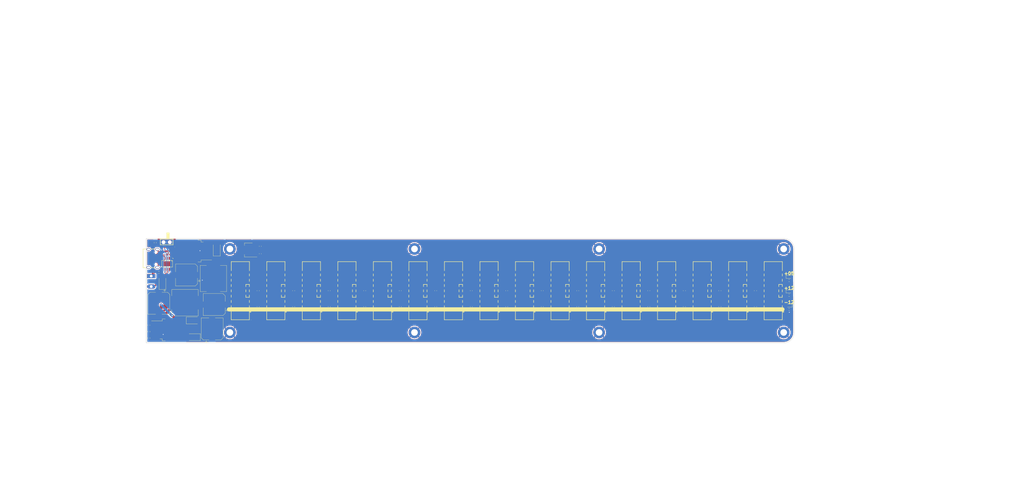
<source format=kicad_pcb>
(kicad_pcb (version 20211014) (generator pcbnew)
  (layers (0 "F.Cu" signal) (31 "B.Cu" signal) (34 "B.Paste" user) (35 "F.Paste" user) (36 "B.SilkS" user "B.Silkscreen") (37 "F.SilkS" user "F.Silkscreen") (38 "B.Mask" user) (39 "F.Mask" user) (44 "Edge.Cuts" user))
  (net 0 "")
  (net 1 "-12V")
  (net 2 "+5V")
  (net 3 "+12V")
  (net 4 "GND")
  (net 5 "GATE")
  (net 6 "CV")
  (net 7 "VBUS_SW")
  (net 8 "CC1")
  (net 9 "CC2")
  (net 10 "VBUS")
  (net 11 "DN")
  (net 12 "DP")
  (net 13 "/VDD")
  (net 14 "CFG1")
  (net 22 "Net-(R107-Pad1)")
  (net 23 "Net-(R103-Pad2)")
  (net 24 "Net-(R102-Pad1)")
  (net 25 "Net-(D106-Pad1)")
  (net 26 "Net-(D105-Pad2)")
  (net 27 "Net-(D104-Pad1)")
  (net 28 "Net-(D103-Pad2)")
  (net 29 "Net-(D101-Pad1)")
  (net 30 "Net-(C106-Pad2)")
  (net 31 "Net-(C106-Pad1)")
  (footprint "footprint:IDC-SMD_BH-00098" (layer "F.Cu") (at 147 64.25 90)
    (fp_text reference "EURO207" hide)
    (fp_text value "BH-00098")
  )
  (footprint "Capacitor_SMD:CP_Elec_10x10" (layer "F.Cu") (at 32.5 70.9 180)
    (fp_text reference "C105" hide)
    (fp_text value "680u")
  )
  (footprint "TerminalBlock:TerminalBlock_Altech_AK300-2_P5.00mm" (layer "F.Cu") (at 2.3622 59.75 -90)
    (fp_text reference "SW101" hide)
    (fp_text value "SW_SPST" hide)
  )
  (footprint "Diode_SMD:D_SMA" (layer "F.Cu") (at 7.75 60.25 90)
    (fp_text reference "D102" hide)
    (fp_text value "SS54")
  )
  (footprint "Resistor_SMD:R_0603_1608Metric" (layer "F.Cu") (at 1.25 86.95 -90)
    (fp_text reference "R108" hide)
    (fp_text value "47k")
  )
  (footprint "footprint:IDC-SMD_BH-00098" (layer "F.Cu") (at 283 64.25 90)
    (fp_text reference "EURO215" hide)
    (fp_text value "BH-00098")
  )
  (footprint "Capacitor_SMD:C_0603_1608Metric" (layer "F.Cu") (at 104.5 64.25 -90)
    (fp_text reference "C218" hide)
    (fp_text value "10u")
  )
  (footprint "Package_TO_SOT_SMD:SOT-223-3_TabPin2" (layer "F.Cu") (at 48.9 44.75 180)
    (fp_text reference "U104" hide)
    (fp_text value "AMS1117-5.0")
  )
  (footprint "Capacitor_SMD:CP_Elec_10x10" (layer "F.Cu") (at 19.25 56.75 180)
    (fp_text reference "C104" hide)
    (fp_text value "220u")
  )
  (footprint "Capacitor_SMD:C_0603_1608Metric" (layer "F.Cu") (at 206.5 64.25 -90)
    (fp_text reference "C221" hide)
    (fp_text value "10u")
  )
  (footprint "Resistor_SMD:R_0603_1608Metric" (layer "F.Cu") (at 1.25 83.85 90)
    (fp_text reference "R107" hide)
    (fp_text value "47k")
  )
  (footprint "Package_TO_SOT_SMD:TO-263-5_TabPin3" (layer "F.Cu") (at 23.25 45.25 180)
    (fp_text reference "U105" hide)
    (fp_text value "LM2595S-12")
  )
  (footprint "MountingHole:MountingHole_3.2mm_M3_DIN965_Pad" (layer "F.Cu") (at 305 84.25)
    (fp_text reference "REF**" hide)
    (fp_text value "MountingHole_3.2mm_M3_DIN965_Pad" hide)
  )
  (footprint "Capacitor_SMD:C_0603_1608Metric" (layer "F.Cu") (at 70.5 71.87 90)
    (fp_text reference "C224" hide)
    (fp_text value "10u")
  )
  (footprint "Diode_SMD:D_SMA" (layer "F.Cu") (at 22.5 86.5 180)
    (fp_text reference "D107" hide)
    (fp_text value "SS54")
  )
  (footprint "Resistor_SMD:R_0603_1608Metric" (layer "F.Cu") (at 307.6 66.4)
    (fp_text reference "R104" hide)
    (fp_text value "560")
  )
  (footprint "Capacitor_SMD:C_0603_1608Metric" (layer "F.Cu") (at 274.5 71.87 90)
    (fp_text reference "C230" hide)
    (fp_text value "10u")
  )
  (footprint "Capacitor_SMD:C_0603_1608Metric" (layer "F.Cu") (at 240.5 64.25 -90)
    (fp_text reference "C222" hide)
    (fp_text value "10u")
  )
  (footprint "Capacitor_SMD:C_0603_1608Metric" (layer "F.Cu") (at 274.5 64.25 -90)
    (fp_text reference "C223" hide)
    (fp_text value "10u")
  )
  (footprint "MountingHole:MountingHole_3.2mm_M3_DIN965_Pad" (layer "F.Cu") (at 216.666666 44.25)
    (fp_text reference "REF**" hide)
    (fp_text value "MountingHole_3.2mm_M3_DIN965_Pad" hide)
  )
  (footprint "LED_SMD:LED_0603_1608Metric" (layer "F.Cu") (at 307.6 71.4 180)
    (fp_text reference "D104" hide)
    (fp_text value "LED")
  )
  (footprint "Capacitor_SMD:C_0603_1608Metric" (layer "F.Cu") (at 291.5 64.25 -90)
    (fp_text reference "C208" hide)
    (fp_text value "100n")
  )
  (footprint "Capacitor_SMD:C_0603_1608Metric" (layer "F.Cu") (at 172.5 71.87 90)
    (fp_text reference "C227" hide)
    (fp_text value "10u")
  )
  (footprint "footprint:IDC-SMD_BH-00098" (layer "F.Cu") (at 300 64.25 90)
    (fp_text reference "EURO216" hide)
    (fp_text value "BH-00098")
  )
  (footprint "Package_TO_SOT_SMD:TO-263-5_TabPin3" (layer "F.Cu") (at 10.55 83.025)
    (fp_text reference "U106" hide)
    (fp_text value "LM2595S-12")
  )
  (footprint "Resistor_SMD:R_0603_1608Metric" (layer "F.Cu") (at 10.725 45.375 180)
    (fp_text reference "R101" hide)
    (fp_text value "1k")
  )
  (footprint "footprint:SSOP-10_L5.0-W3.9-P1.00-LS6.0-BL-EP" (layer "F.Cu") (at 9.975 51.35 180)
    (fp_text reference "U103" hide)
    (fp_text value "CH224K")
  )
  (footprint "footprint:IDC-SMD_BH-00098" (layer "F.Cu") (at 232 64.25 90)
    (fp_text reference "EURO212" hide)
    (fp_text value "BH-00098")
  )
  (footprint "Capacitor_SMD:C_0603_1608Metric" (layer "F.Cu") (at 53.5 64.25 -90)
    (fp_text reference "C201" hide)
    (fp_text value "100n")
  )
  (footprint "footprint:IDC-SMD_BH-00098" (layer "F.Cu") (at 249 64.25 90)
    (fp_text reference "EURO213" hide)
    (fp_text value "BH-00098")
  )
  (footprint "Capacitor_SMD:C_0603_1608Metric" (layer "F.Cu") (at 54.5 42.95 -90)
    (fp_text reference "C102" hide)
    (fp_text value "10u")
  )
  (footprint "footprint:IDC-SMD_BH-00098" (layer "F.Cu") (at 198 64.25 90)
    (fp_text reference "EURO210" hide)
    (fp_text value "BH-00098")
  )
  (footprint "Inductor_SMD:L_12x12mm_H6mm" (layer "F.Cu") (at 32.1 58.4 90)
    (fp_text reference "L101" hide)
    (fp_text value "68UH")
  )
  (footprint "MountingHole:MountingHole_3.2mm_M3_DIN965_Pad" (layer "F.Cu") (at 40 44.25)
    (fp_text reference "REF**" hide)
    (fp_text value "MountingHole_3.2mm_M3_DIN965_Pad" hide)
  )
  (footprint "Capacitor_SMD:C_0603_1608Metric" (layer "F.Cu") (at 54.5 46.55 90)
    (fp_text reference "C103" hide)
    (fp_text value "10u")
  )
  (footprint "footprint:IDC-SMD_BH-00098" (layer "F.Cu") (at 164 64.25 90)
    (fp_text reference "EURO208" hide)
    (fp_text value "BH-00098")
  )
  (footprint "MountingHole:MountingHole_3.2mm_M3_DIN965_Pad" (layer "F.Cu") (at 128.333333 44.25)
    (fp_text reference "REF**" hide)
    (fp_text value "MountingHole_3.2mm_M3_DIN965_Pad" hide)
  )
  (footprint "Resistor_SMD:R_0603_1608Metric" (layer "F.Cu") (at 307.6 73.2)
    (fp_text reference "R105" hide)
    (fp_text value "560")
  )
  (footprint "Capacitor_SMD:C_0603_1608Metric" (layer "F.Cu") (at 223.5 71.87 90)
    (fp_text reference "C214" hide)
    (fp_text value "100n")
  )
  (footprint "footprint:SW-SMD_3P-P1.50_L2.7-W6.6" (layer "F.Cu") (at 9.75 41.25 180)
    (fp_text reference "U102" hide)
    (fp_text value "SK-3296S-01-L1")
  )
  (footprint "Capacitor_SMD:C_0603_1608Metric" (layer "F.Cu") (at 121.5 64.25 -90)
    (fp_text reference "C203" hide)
    (fp_text value "100n")
  )
  (footprint "Capacitor_SMD:CP_Elec_10x10" (layer "F.Cu") (at 31.5 82.6 90)
    (fp_text reference "C108" hide)
    (fp_text value "680u")
  )
  (footprint "Capacitor_SMD:C_0603_1608Metric" (layer "F.Cu") (at 257.5 64.25 -90)
    (fp_text reference "C207" hide)
    (fp_text value "100n")
  )
  (footprint "Capacitor_SMD:C_0603_1608Metric" (layer "F.Cu") (at 189.5 71.87 90)
    (fp_text reference "C213" hide)
    (fp_text value "100n")
  )
  (footprint "Capacitor_SMD:C_0603_1608Metric" (layer "F.Cu") (at 155.5 64.25 -90)
    (fp_text reference "C204" hide)
    (fp_text value "100n")
  )
  (footprint "Capacitor_SMD:C_0603_1608Metric" (layer "F.Cu") (at 189.5 64.25 -90)
    (fp_text reference "C205" hide)
    (fp_text value "100n")
  )
  (footprint "LED_SMD:LED_0603_1608Metric" (layer "F.Cu") (at 307.6 57.6)
    (fp_text reference "D105" hide)
    (fp_text value "LED")
  )
  (footprint "Capacitor_SMD:C_0603_1608Metric" (layer "F.Cu") (at 70.5 64.25 -90)
    (fp_text reference "C217" hide)
    (fp_text value "10u")
  )
  (footprint "Capacitor_SMD:C_0603_1608Metric" (layer "F.Cu") (at 206.5 71.87 90)
    (fp_text reference "C228" hide)
    (fp_text value "10u")
  )
  (footprint "Diode_SMD:D_SMA" (layer "F.Cu") (at 33.75 44.25 90)
    (fp_text reference "D101" hide)
    (fp_text value "SS54")
  )
  (footprint "Capacitor_SMD:C_0603_1608Metric" (layer "F.Cu") (at 223.5 64.25 -90)
    (fp_text reference "C206" hide)
    (fp_text value "100n")
  )
  (footprint "footprint:IDC-SMD_BH-00098" (layer "F.Cu") (at 266 64.25 90)
    (fp_text reference "EURO214" hide)
    (fp_text value "BH-00098")
  )
  (footprint "footprint:IDC-SMD_BH-00098" (layer "F.Cu") (at 62 64.25 90)
    (fp_text reference "EURO202" hide)
    (fp_text value "BH-00098")
  )
  (footprint "footprint:IDC-SMD_BH-00098" (layer "F.Cu") (at 181 64.25 90)
    (fp_text reference "EURO209" hide)
    (fp_text value "BH-00098")
  )
  (footprint "Diode_SMD:D_SMA" (layer "F.Cu") (at 22.5 78.5)
    (fp_text reference "D106" hide)
    (fp_text value "SS54")
  )
  (footprint "Capacitor_SMD:C_0603_1608Metric" (layer "F.Cu") (at 138.5 71.87 90)
    (fp_text reference "C226" hide)
    (fp_text value "10u")
  )
  (footprint "Capacitor_SMD:C_0603_1608Metric" (layer "F.Cu") (at 1.25 80.75 90)
    (fp_text reference "C106" hide)
    (fp_text value "100n")
  )
  (footprint "Resistor_SMD:R_0603_1608Metric" (layer "F.Cu") (at 6.033 55.499)
    (fp_text reference "R103" hide)
    (fp_text value "10k")
  )
  (footprint "Capacitor_SMD:C_0603_1608Metric" (layer "F.Cu") (at 291.5 71.87 90)
    (fp_text reference "C216" hide)
    (fp_text value "100n")
  )
  (footprint "MountingHole:MountingHole_3.2mm_M3_DIN965_Pad" (layer "F.Cu") (at 40 84.25)
    (fp_text reference "REF**" hide)
    (fp_text value "MountingHole_3.2mm_M3_DIN965_Pad" hide)
  )
  (footprint "MountingHole:MountingHole_3.2mm_M3_DIN965_Pad" (layer "F.Cu") (at 305 44.25)
    (fp_text reference "REF**" hide)
    (fp_text value "MountingHole_3.2mm_M3_DIN965_Pad" hide)
  )
  (footprint "Capacitor_SMD:C_0603_1608Metric" (layer "F.Cu") (at 121.5 71.87 90)
    (fp_text reference "C211" hide)
    (fp_text value "100n")
  )
  (footprint "footprint:USB-C_SMD-TYPE-C-31-M-12" (layer "F.Cu") (at 2.25 48.75 -90)
    (fp_text reference "U101" hide)
    (fp_text value "TYPE-C-31-M-12")
  )
  (footprint "Capacitor_SMD:CP_Elec_10x10" (layer "F.Cu") (at 6 70.25 -90)
    (fp_text reference "C107" hide)
    (fp_text value "680u")
  )
  (footprint "Capacitor_SMD:C_0603_1608Metric" (layer "F.Cu") (at 87.5 71.87 90)
    (fp_text reference "C210" hide)
    (fp_text value "100n")
  )
  (footprint "footprint:IDC-SMD_BH-00098" (layer "F.Cu") (at 113 64.25 90)
    (fp_text reference "EURO205" hide)
    (fp_text value "BH-00098")
  )
  (footprint "MountingHole:MountingHole_3.2mm_M3_DIN965_Pad" (layer "F.Cu") (at 216.666666 84.25)
    (fp_text reference "REF**" hide)
    (fp_text value "MountingHole_3.2mm_M3_DIN965_Pad" hide)
  )
  (footprint "Resistor_SMD:R_0603_1608Metric" (layer "F.Cu") (at 4.25 41.25 90)
    (fp_text reference "R102" hide)
    (fp_text value "56k")
  )
  (footprint "Capacitor_SMD:C_0603_1608Metric" (layer "F.Cu") (at 257.5 71.87 90)
    (fp_text reference "C215" hide)
    (fp_text value "100n")
  )
  (footprint "Resistor_SMD:R_0603_1608Metric" (layer "F.Cu") (at 307.6 59.4)
    (fp_text reference "R106" hide)
    (fp_text value "220")
  )
  (footprint "footprint:IDC-SMD_BH-00098" (layer "F.Cu") (at 96 64.25 90)
    (fp_text reference "EURO204" hide)
    (fp_text value "BH-00098")
  )
  (footprint "Capacitor_SMD:C_0603_1608Metric" (layer "F.Cu") (at 53.5 71.87 90)
    (fp_text reference "C209" hide)
    (fp_text value "100n")
  )
  (footprint "footprint:IDC-SMD_BH-00098" (layer "F.Cu") (at 45 64.25 90)
    (fp_text reference "EURO201" hide)
    (fp_text value "BH-00098")
  )
  (footprint "footprint:IDC-SMD_BH-00098" (layer "F.Cu") (at 79 64.25 90)
    (fp_text reference "EURO203" hide)
    (fp_text value "BH-00098")
  )
  (footprint "Capacitor_SMD:C_0603_1608Metric" (layer "F.Cu") (at 10.725 46.925)
    (fp_text reference "C101" hide)
    (fp_text value "1u")
  )
  (footprint "footprint:IDC-SMD_BH-00098" (layer "F.Cu") (at 130 64.25 90)
    (fp_text reference "EURO206" hide)
    (fp_text value "BH-00098")
  )
  (footprint "Inductor_SMD:L_12x12mm_H8mm" (layer "F.Cu") (at 18.5 70)
    (fp_text reference "L102" hide)
    (fp_text value "33UH")
  )
  (footprint "footprint:IDC-SMD_BH-00098" (layer "F.Cu") (at 215 64.25 90)
    (fp_text reference "EURO211" hide)
    (fp_text value "BH-00098")
  )
  (footprint "MountingHole:MountingHole_3.2mm_M3_DIN965_Pad" (layer "F.Cu") (at 128.333333 84.25)
    (fp_text reference "REF**" hide)
    (fp_text value "MountingHole_3.2mm_M3_DIN965_Pad" hide)
  )
  (footprint "Capacitor_SMD:C_0603_1608Metric" (layer "F.Cu") (at 138.5 64.25 -90)
    (fp_text reference "C219" hide)
    (fp_text value "10u")
  )
  (footprint "LED_SMD:LED_0603_1608Metric" (layer "F.Cu") (at 307.6 64.6)
    (fp_text reference "D103" hide)
    (fp_text value "LED")
  )
  (footprint "Capacitor_SMD:C_0603_1608Metric" (layer "F.Cu") (at 172.5 64.25 -90)
    (fp_text reference "C220" hide)
    (fp_text value "10u")
  )
  (footprint "Capacitor_SMD:C_0603_1608Metric" (layer "F.Cu") (at 104.5 71.87 90)
    (fp_text reference "C225" hide)
    (fp_text value "10u")
  )
  (footprint "Capacitor_SMD:C_0603_1608Metric" (layer "F.Cu") (at 155.5 71.87 90)
    (fp_text reference "C212" hide)
    (fp_text value "100n")
  )
  (footprint "Capacitor_SMD:C_0603_1608Metric" (layer "F.Cu") (at 240.5 71.87 90)
    (fp_text reference "C229" hide)
    (fp_text value "10u")
  )
  (footprint "Capacitor_SMD:C_0603_1608Metric" (layer "F.Cu") (at 87.5 64.25 -90)
    (fp_text reference "C202" hide)
    (fp_text value "100n")
  )
  (gr_line (start 39.6 73.2) (end 304.4 73.2) (layer "F.SilkS") (width 2))
  (gr_arc (start 305 39.25) (mid 308.535534 40.714466) (end 310 44.25) (layer "Edge.Cuts") (width 0.15))
  (gr_line (start 0 39.25) (end 305 39.25) (layer "Edge.Cuts") (width 0.15))
  (gr_arc (start 310 84.25) (mid 308.535534 87.785534) (end 305 89.25) (layer "Edge.Cuts") (width 0.15))
  (gr_line (start 305 89.25) (end 0 89.25) (layer "Edge.Cuts") (width 0.15))
  (gr_line (start 310 44.25) (end 310 84.25) (layer "Edge.Cuts") (width 0.15))
  (gr_line (start 0 39.25) (end 0 89.25) (layer "Edge.Cuts") (width 0.2))
  (gr_text "+12" (at 307.6 63) (layer "F.SilkS") (effects (font (size 1.5 1.5) (thickness 0.375))))
  (gr_text "-12" (at 307.6 69.8) (layer "F.SilkS") (effects (font (size 1.5 1.5) (thickness 0.375))))
  (gr_text "+05" (at 307.6 56) (layer "F.SilkS") (effects (font (size 1.5 1.5) (thickness 0.375))))
  (segment (start 7.1 71) (end 7.1 73.15) (width 1.27) (layer "F.Cu") (net 1))
  (segment (start 20.5 86.5) (end 17.4 86.5) (width 1.01999) (layer "F.Cu") (net 1))
  (segment (start 14.5 85.425) (end 14.5 86.875) (width 0.6) (layer "F.Cu") (net 1))
  (segment (start 13.925 77.625) (end 12.5 76.2) (width 1.27) (layer "F.Cu") (net 1))
  (segment (start 31.5 78.5) (end 24.5 78.5) (width 1.01999) (layer "F.Cu") (net 1))
  (segment (start 7.1 73.15) (end 6 74.25) (width 1.27) (layer "F.Cu") (net 1))
  (segment (start 24.5 78.5) (end 19.975 83.025) (width 1.01999) (layer "F.Cu") (net 1))
  (segment (start 36.796482 73.203518) (end 41.783985 73.203518) (width 1.01999) (layer "F.Cu") (net 1))
  (segment (start 13.925 83.025) (end 13.925 77.625) (width 1.27) (layer "F.Cu") (net 1))
  (segment (start 41.783985 73.203518) (end 303.184036 73.203518) (width 1.01999) (layer "F.Cu") (net 1))
  (segment (start 303.184036 73.203518) (end 306.771482 73.203518) (width 0.25) (layer "F.Cu") (net 1))
  (segment (start 1.25 87.775) (end 9.175 87.775) (width 0.6) (layer "F.Cu") (net 1))
  (segment (start 19.975 83.025) (end 13.925 83.025) (width 1.01999) (layer "F.Cu") (net 1))
  (segment (start 14.5 86.875) (end 17.55 86.875) (width 0.6) (layer "F.Cu") (net 1))
  (segment (start 9.175 87.775) (end 13.7 83.25) (width 0.6) (layer "F.Cu") (net 1))
  (segment (start 306.771482 73.203518) (end 306.775 73.2) (width 0.25) (layer "F.Cu") (net 1))
  (segment (start 31.5 78.5) (end 36.796482 73.203518) (width 1.01999) (layer "F.Cu") (net 1))
  (segment (start 13.7 83.25) (end 13.7 83.025) (width 0.6) (layer "F.Cu") (net 1))
  (segment (start 17.4 86.5) (end 13.925 83.025) (width 1.01999) (layer "F.Cu") (net 1))
  (segment (start 4.775 83.025) (end 13.7 83.025) (width 0.6) (layer "F.Cu") (net 1))
  (via (at 12.5 76.2) (size 0.8) (drill 0.4) (layers "F.Cu" "B.Cu") (net 1))
  (via (at 7.1 71) (size 0.8) (drill 0.4) (layers "F.Cu" "B.Cu") (net 1))
  (segment (start 12.3 76.2) (end 7.1 71) (width 1.27) (layer "B.Cu") (net 1))
  (segment (start 12.5 76.2) (end 12.3 76.2) (width 1.27) (layer "B.Cu") (net 1))
  (segment (start 303.184036 60.503493) (end 305.671507 60.503493) (width 0.25) (layer "F.Cu") (net 2))
  (segment (start 37.75 58) (end 40.253493 60.503493) (width 1.01999) (layer "F.Cu") (net 2))
  (segment (start 41.783985 60.503493) (end 303.184036 60.503493) (width 1.01999) (layer "F.Cu") (net 2))
  (segment (start 45.75 45.75) (end 37.75 53.75) (width 1.01999) (layer "F.Cu") (net 2))
  (segment (start 40.253493 60.503493) (end 41.783985 60.503493) (width 1.01999) (layer "F.Cu") (net 2))
  (segment (start 52.05 44.75) (end 45.75 44.75) (width 1.01999) (layer "F.Cu") (net 2))
  (segment (start 37.75 53.75) (end 37.75 58) (width 1.01999) (layer "F.Cu") (net 2))
  (segment (start 52.9 45.6) (end 52.05 44.75) (width 0.508) (layer "F.Cu") (net 2))
  (segment (start 54.5 45.6) (end 52.9 45.6) (width 0.508) (layer "F.Cu") (net 2))
  (segment (start 45.75 44.75) (end 45.75 45.75) (width 1.01999) (layer "F.Cu") (net 2))
  (segment (start 305.671507 60.503493) (end 306.775 59.4) (width 0.25) (layer "F.Cu") (net 2))
  (segment (start 32.220015 44.290005) (end 35.290005 44.290005) (width 1.01999) (layer "F.Cu") (net 3))
  (segment (start 38.543498 63.043498) (end 41.783985 63.043498) (width 1.01999) (layer "F.Cu") (net 3))
  (segment (start 36.5 66.787478) (end 36.5 71) (width 1.01999) (layer "F.Cu") (net 3))
  (segment (start 303.184036 63.043498) (end 41.783985 63.043498) (width 1.01999) (layer "F.Cu") (net 3))
  (segment (start 35.290005 44.290005) (end 35.75 44.75) (width 1.01999) (layer "F.Cu") (net 3))
  (segment (start 35.359995 43.140005) (end 38.25 40.25) (width 1.01999) (layer "F.Cu") (net 3))
  (segment (start 31.75 56.25) (end 38.543498 63.043498) (width 1.01999) (layer "F.Cu") (net 3))
  (segment (start 31.48001 43.55) (end 32.220015 44.290005) (width 1.01999) (layer "F.Cu") (net 3))
  (segment (start 35.290005 44.290005) (end 35.359995 44.220015) (width 1.01999) (layer "F.Cu") (net 3))
  (segment (start 53.05 42.45) (end 54.5 43.9) (width 0.508) (layer "F.Cu") (net 3))
  (segment (start 35.75 49.47) (end 31.75 53.47) (width 1.01999) (layer "F.Cu") (net 3))
  (segment (start 303.184036 63.043498) (end 304.724041 63.043498) (width 0.25) (layer "F.Cu") (net 3))
  (segment (start 29.025 43.55) (end 31.48001 43.55) (width 1.01999) (layer "F.Cu") (net 3))
  (segment (start 40.24398 63.043498) (end 36.5 66.787478) (width 1.01999) (layer "F.Cu") (net 3))
  (segment (start 31.75 53.47) (end 31.75 56.25) (width 1.01999) (layer "F.Cu") (net 3))
  (segment (start 304.724041 63.043498) (end 306 64.319457) (width 0.25) (layer "F.Cu") (net 3))
  (segment (start 306 65.625) (end 306.775 66.4) (width 0.25) (layer "F.Cu") (net 3))
  (segment (start 49.85 40.25) (end 52.05 42.45) (width 1.01999) (layer "F.Cu") (net 3))
  (segment (start 35.359995 44.220015) (end 35.359995 43.140005) (width 1.01999) (layer "F.Cu") (net 3))
  (segment (start 41.783985 63.043498) (end 40.24398 63.043498) (width 1.01999) (layer "F.Cu") (net 3))
  (segment (start 35.75 44.75) (end 35.75 49.47) (width 1.01999) (layer "F.Cu") (net 3))
  (segment (start 306 64.319457) (end 306 65.625) (width 0.25) (layer "F.Cu") (net 3))
  (segment (start 38.25 40.25) (end 49.85 40.25) (width 1.01999) (layer "F.Cu") (net 3))
  (segment (start 9.95 46.925) (end 10.7 46.175) (width 0.3) (layer "F.Cu") (net 4))
  (segment (start 6.0341 51.799022) (end 6.299022 51.799022) (width 0.3) (layer "F.Cu") (net 4))
  (segment (start 4.25 40.425) (end 5.427781 40.425) (width 0.3) (layer "F.Cu") (net 4))
  (segment (start 306.8125 71.4) (end 307.675 72.2625) (width 0.3) (layer "F.Cu") (net 4))
  (segment (start 13.550102 39.902883) (end 13.550102 42.103035) (width 0.3) (layer "F.Cu") (net 4))
  (segment (start 307.675 73.375) (end 307.675 74.575) (width 0.3) (layer "F.Cu") (net 4))
  (segment (start 6.299022 51.799022) (end 7.2 52.7) (width 0.3) (layer "F.Cu") (net 4))
  (segment (start 29.025 45.25) (end 25.85 45.25) (width 1.27) (layer "F.Cu") (net 4))
  (segment (start 307.675 74.575) (end 307.7 74.6) (width 0.3) (layer "F.Cu") (net 4))
  (segment (start 5.427781 40.425) (end 5.949898 39.902883) (width 0.3) (layer "F.Cu") (net 4))
  (segment (start 6.401054 45.698946) (end 7.3 44.8) (width 0.3) (layer "F.Cu") (net 4))
  (segment (start 4.775 84.725) (end 7.625 84.725) (width 0.3) (layer "F.Cu") (net 4))
  (segment (start 7.625 84.725) (end 8.1 85.2) (width 0.3) (layer "F.Cu") (net 4))
  (segment (start 6.0341 45.698946) (end 6.401054 45.698946) (width 0.3) (layer "F.Cu") (net 4))
  (segment (start 25.85 45.25) (end 25.7 45.1) (width 1.27) (layer "F.Cu") (net 4))
  (segment (start 10.7 46.175) (end 10.7 44.4) (width 0.3) (layer "F.Cu") (net 4))
  (segment (start 307.675 72.2625) (end 307.675 73.375) (width 0.3) (layer "F.Cu") (net 4))
  (segment (start 5.949898 39.902883) (end 5.949898 42.103035) (width 0.3) (layer "F.Cu") (net 4))
  (via (at 25.7 45.1) (size 0.8) (drill 0.4) (layers "F.Cu" "B.Cu") (net 4))
  (via (at 7.2 52.7) (size 0.8) (drill 0.4) (layers "F.Cu" "B.Cu") (net 4))
  (via (at 26.8 59.2) (size 0.8) (drill 0.4) (layers "F.Cu" "B.Cu") (net 4))
  (via (at 8.1 85.2) (size 0.8) (drill 0.4) (layers "F.Cu" "B.Cu") (net 4))
  (via (at 307.7 74.6) (size 0.8) (drill 0.4) (layers "F.Cu" "B.Cu") (net 4))
  (via (at 7.3 44.8) (size 0.8) (drill 0.4) (layers "F.Cu" "B.Cu") (net 4))
  (via (at 10.7 44.4) (size 0.8) (drill 0.4) (layers "F.Cu" "B.Cu") (net 4))
  (segment (start 41.783985 55.423482) (end 303.184036 55.423482) (width 1.01999) (layer "F.Cu") (net 5))
  (segment (start 303.184036 57.963487) (end 41.783985 57.963487) (width 1.01999) (layer "F.Cu") (net 6))
  (segment (start 23.25 56.75) (end 25.5 54.5) (width 0.6) (layer "F.Cu") (net 7))
  (segment (start 26.55 46.95) (end 29.025 46.95) (width 0.6) (layer "F.Cu") (net 7))
  (segment (start 8.75 59.25) (end 7.75 58.25) (width 0.6) (layer "F.Cu") (net 7))
  (segment (start 20.75 59.25) (end 8.75 59.25) (width 0.6) (layer "F.Cu") (net 7))
  (segment (start 3.75 62.25) (end 7.75 58.25) (width 0.6) (layer "F.Cu") (net 7))
  (segment (start 25.5 48) (end 26.55 46.95) (width 0.6) (layer "F.Cu") (net 7))
  (segment (start 2.3622 62.25) (end 3.75 62.25) (width 0.6) (layer "F.Cu") (net 7))
  (segment (start 23.25 56.75) (end 20.75 59.25) (width 0.6) (layer "F.Cu") (net 7))
  (segment (start 25.5 54.5) (end 25.5 48) (width 0.6) (layer "F.Cu") (net 7))
  (segment (start 8.803921 46.984968) (end 8.696381 47.092508) (width 0.3) (layer "F.Cu") (net 8))
  (segment (start 7.093847 47.499047) (end 6.0341 47.499047) (width 0.3) (layer "F.Cu") (net 8))
  (segment (start 7.500386 47.092508) (end 7.093847 47.499047) (width 0.3) (layer "F.Cu") (net 8))
  (segment (start 8.696381 47.092508) (end 7.500386 47.092508) (width 0.3) (layer "F.Cu") (net 8))
  (segment (start 8.95 55.4) (end 8.95 54.024987) (width 0.3) (layer "F.Cu") (net 8))
  (segment (start 8.95 54.024987) (end 8.975 53.999987) (width 0.3) (layer "F.Cu") (net 8))
  (via (at 8.803921 46.984968) (size 0.8) (drill 0.4) (layers "F.Cu" "B.Cu") (net 8))
  (via (at 8.95 55.4) (size 0.8) (drill 0.4) (layers "F.Cu" "B.Cu") (net 8))
  (segment (start 8.95 47.131047) (end 8.95 55.4) (width 0.3) (layer "B.Cu") (net 8))
  (segment (start 8.803921 46.984968) (end 8.95 47.131047) (width 0.3) (layer "B.Cu") (net 8))
  (segment (start 7.034227 50.499047) (end 7.747 51.21182) (width 0.3) (layer "F.Cu") (net 9))
  (segment (start 7.034227 50.499047) (end 6.0341 50.499047) (width 0.3) (layer "F.Cu") (net 9))
  (segment (start 7.975 52.171) (end 7.975 53.999987) (width 0.3) (layer "F.Cu") (net 9))
  (segment (start 7.747 51.943) (end 7.975 52.171) (width 0.3) (layer "F.Cu") (net 9))
  (segment (start 7.747 51.21182) (end 7.747 51.943) (width 0.3) (layer "F.Cu") (net 9))
  (segment (start 6.0341 50.99892) (end 6.0341 51.299149) (width 0.3) (layer "F.Cu") (net 10))
  (segment (start 6.0341 50.99892) (end 5.211659 50.99892) (width 0.3) (layer "F.Cu") (net 10))
  (segment (start 2.3622 57.25) (end 3 56.6122) (width 0.6) (layer "F.Cu") (net 10))
  (segment (start 6.0341 46.499047) (end 5.21166 46.499047) (width 0.3) (layer "F.Cu") (net 10))
  (segment (start 7.275 46.3) (end 8.2 45.375) (width 0.6) (layer "F.Cu") (net 10))
  (segment (start 4.064 50.686) (end 4.064 49.851261) (width 0.6) (layer "F.Cu") (net 10))
  (segment (start 3 56.6122) (end 3 51.75) (width 0.6) (layer "F.Cu") (net 10))
  (segment (start 6.799073 46.199073) (end 6.9 46.3) (width 0.3) (layer "F.Cu") (net 10))
  (segment (start 4.064 49.686) (end 4.064 47.646706) (width 0.6) (layer "F.Cu") (net 10))
  (segment (start 8.2 45.375) (end 9.9 45.375) (width 0.6) (layer "F.Cu") (net 10))
  (segment (start 6.700953 46.499047) (end 6.9 46.3) (width 0.3) (layer "F.Cu") (net 10))
  (segment (start 4.064 47.646706) (end 4.730353 46.980353) (width 0.6) (layer "F.Cu") (net 10))
  (segment (start 5.208 55.499) (end 4.1132 55.499) (width 0.3) (layer "F.Cu") (net 10))
  (segment (start 6.0341 46.499047) (end 6.700953 46.499047) (width 0.3) (layer "F.Cu") (net 10))
  (segment (start 4.1132 55.499) (end 2.3622 57.25) (width 0.3) (layer "F.Cu") (net 10))
  (segment (start 4.064 49.851261) (end 4.064 49.686) (width 0.3) (layer "F.Cu") (net 10))
  (segment (start 5.211659 50.99892) (end 4.064 49.851261) (width 0.3) (layer "F.Cu") (net 10))
  (segment (start 6.9 46.3) (end 7.275 46.3) (width 0.6) (layer "F.Cu") (net 10))
  (segment (start 3 51.75) (end 4.064 50.686) (width 0.6) (layer "F.Cu") (net 10))
  (segment (start 6.0341 46.199073) (end 6.799073 46.199073) (width 0.3) (layer "F.Cu") (net 10))
  (segment (start 5.21166 46.499047) (end 4.730353 46.980353) (width 0.3) (layer "F.Cu") (net 10))
  (segment (start 7.675966 48.999047) (end 6.0341 48.999047) (width 0.3) (layer "F.Cu") (net 11))
  (segment (start 5.033973 48.99892) (end 6.0341 48.99892) (width 0.3) (layer "F.Cu") (net 11))
  (segment (start 6.0341 47.99892) (end 5.034227 47.99892) (width 0.3) (layer "F.Cu") (net 11))
  (segment (start 7.975 48.700013) (end 7.675966 48.999047) (width 0.3) (layer "F.Cu") (net 11))
  (segment (start 4.75 48.283147) (end 4.75 48.714947) (width 0.3) (layer "F.Cu") (net 11))
  (segment (start 5.034227 47.99892) (end 4.75 48.283147) (width 0.3) (layer "F.Cu") (net 11))
  (segment (start 4.75 48.714947) (end 5.033973 48.99892) (width 0.3) (layer "F.Cu") (net 11))
  (segment (start 7.3 48.23302) (end 7.033973 48.499047) (width 0.3) (layer "F.Cu") (net 12))
  (segment (start 6.0341 49.499047) (end 7.405576 49.499047) (width 0.3) (layer "F.Cu") (net 12))
  (segment (start 7.707492 47.592508) (end 7.3 48) (width 0.3) (layer "F.Cu") (net 12))
  (segment (start 8.392482 49.807518) (end 8.975 49.225) (width 0.3) (layer "F.Cu") (net 12))
  (segment (start 8.365006 47.592508) (end 7.707492 47.592508) (width 0.3) (layer "F.Cu") (net 12))
  (segment (start 7.033973 48.499047) (end 6.0341 48.499047) (width 0.3) (layer "F.Cu") (net 12))
  (segment (start 8.975 48.202502) (end 8.365006 47.592508) (width 0.3) (layer "F.Cu") (net 12))
  (segment (start 7.405576 49.499047) (end 7.714047 49.807518) (width 0.3) (layer "F.Cu") (net 12))
  (segment (start 8.975 49.225) (end 8.975 48.700013) (width 0.3) (layer "F.Cu") (net 12))
  (segment (start 7.714047 49.807518) (end 8.392482 49.807518) (width 0.3) (layer "F.Cu") (net 12))
  (segment (start 7.3 48) (end 7.3 48.23302) (width 0.3) (layer "F.Cu") (net 12))
  (segment (start 8.975 48.700013) (end 8.975 48.202502) (width 0.3) (layer "F.Cu") (net 12))
  (segment (start 11.55 45.375) (end 11.55 46.875) (width 0.3) (layer "F.Cu") (net 13))
  (segment (start 11.5 46.925) (end 11.975 47.4) (width 0.3) (layer "F.Cu") (net 13))
  (segment (start 11.55 46.875) (end 11.5 46.925) (width 0.3) (layer "F.Cu") (net 13))
  (segment (start 11.975 47.4) (end 11.975 48.700013) (width 0.3) (layer "F.Cu") (net 13))
  (segment (start 8.8 43.22098) (end 8.999936 43.021044) (width 0.254) (layer "F.Cu") (net 14))
  (segment (start 8.8 44.4) (end 8.8 43.22098) (width 0.254) (layer "F.Cu") (net 14))
  (segment (start 10.975 53.999987) (end 10.975 54.925) (width 0.254) (layer "F.Cu") (net 14))
  (segment (start 10.975 54.925) (end 10.7 55.2) (width 0.254) (layer "F.Cu") (net 14))
  (via (at 8.8 44.4) (size 0.8) (drill 0.4) (layers "F.Cu" "B.Cu") (net 14))
  (via (at 10.7 55.2) (size 0.8) (drill 0.4) (layers "F.Cu" "B.Cu") (net 14))
  (segment (start 10.7 46.3) (end 8.8 44.4) (width 0.254) (layer "B.Cu") (net 14))
  (segment (start 10.7 55.2) (end 10.7 46.3) (width 0.254) (layer "B.Cu") (net 14))
  (segment (start 1.55 86.425) (end 1.25 86.125) (width 0.6) (layer "F.Cu") (net 22))
  (segment (start 1.25 86.125) (end 1.25 84.675) (width 0.6) (layer "F.Cu") (net 22))
  (segment (start 4.775 86.425) (end 1.55 86.425) (width 0.6) (layer "F.Cu") (net 22))
  (segment (start 9.652 56.134) (end 9.144 56.134) (width 0.3) (layer "F.Cu") (net 23))
  (segment (start 9.95 55.836) (end 9.652 56.134) (width 0.3) (layer "F.Cu") (net 23))
  (segment (start 8.763 56.515) (end 7.874 56.515) (width 0.3) (layer "F.Cu") (net 23))
  (segment (start 9.144 56.134) (end 8.763 56.515) (width 0.3) (layer "F.Cu") (net 23))
  (segment (start 9.975 53.999987) (end 9.95 54.024987) (width 0.3) (layer "F.Cu") (net 23))
  (segment (start 9.95 54.024987) (end 9.95 55.836) (width 0.3) (layer "F.Cu") (net 23))
  (segment (start 7.874 56.515) (end 6.858 55.499) (width 0.3) (layer "F.Cu") (net 23))
  (segment (start 5.196044 43.021044) (end 7.500064 43.021044) (width 0.254) (layer "F.Cu") (net 24))
  (segment (start 4.25 42.075) (end 5.196044 43.021044) (width 0.254) (layer "F.Cu") (net 24))
  (segment (start 20.5 78.5) (end 20.5 76.95) (width 1.27) (layer "F.Cu") (net 25))
  (segment (start 4.909422 79.625) (end 13.55 70.984422) (width 1.27) (layer "F.Cu") (net 25))
  (segment (start 13.55 70.984422) (end 13.55 70) (width 1.27) (layer "F.Cu") (net 25))
  (segment (start 20.5 76.95) (end 13.55 70) (width 1.27) (layer "F.Cu") (net 25))
  (segment (start 4.775 79.625) (end 4.909422 79.625) (width 1.27) (layer "F.Cu") (net 25))
  (segment (start 308.3875 59.3625) (end 308.425 59.4) (width 0.3) (layer "F.Cu") (net 26))
  (segment (start 308.3875 57.6) (end 308.3875 59.3625) (width 0.3) (layer "F.Cu") (net 26))
  (segment (start 308.425 71.4375) (end 308.3875 71.4) (width 0.25) (layer "F.Cu") (net 27))
  (segment (start 308.425 73.2) (end 308.425 71.4375) (width 0.25) (layer "F.Cu") (net 27))
  (segment (start 308.3875 64.6) (end 308.3875 66.3625) (width 0.25) (layer "F.Cu") (net 28))
  (segment (start 308.3875 66.3625) (end 308.425 66.4) (width 0.25) (layer "F.Cu") (net 28))
  (segment (start 31.75 59.75) (end 31.75 63.37) (width 1.01999) (layer "F.Cu") (net 29))
  (segment (start 29.025 50.225) (end 27.5 51.75) (width 1.01999) (layer "F.Cu") (net 29))
  (segment (start 29.025 48.65) (end 29.025 50.225) (width 1.01999) (layer "F.Cu") (net 29))
  (segment (start 27.5 51.75) (end 27.5 55.5) (width 1.01999) (layer "F.Cu") (net 29))
  (segment (start 31.35 48.65) (end 29.025 48.65) (width 1.01999) (layer "F.Cu") (net 29))
  (segment (start 33.75 46.25) (end 31.35 48.65) (width 1.01999) (layer "F.Cu") (net 29))
  (segment (start 27.5 55.5) (end 31.75 59.75) (width 1.01999) (layer "F.Cu") (net 29))
  (segment (start 7.75 62.25) (end 7.75 64.5) (width 0.6) (layer "F.Cu") (net 30))
  (segment (start 1.25 71) (end 6 66.25) (width 0.6) (layer "F.Cu") (net 30))
  (segment (start 4.775 81.325) (end 2.6 81.325) (width 0.6) (layer "F.Cu") (net 30))
  (segment (start 2.6 81.325) (end 1.25 79.975) (width 0.6) (layer "F.Cu") (net 30))
  (segment (start 7.75 64.5) (end 6 66.25) (width 0.6) (layer "F.Cu") (net 30))
  (segment (start 1.25 79.975) (end 1.25 71) (width 0.6) (layer "F.Cu") (net 30))
  (segment (start 1.25 83.025) (end 1.25 81.525) (width 0.6) (layer "F.Cu") (net 31))
  (zone (net 4) (net_name "GND") (layers F&B.Cu) (connect_pads (clearance 0.508)) (min_thickness 0.254) (fill yes (thermal_gap 0.508) (thermal_bridge_width 0.508))
    (polygon (pts (xy 420 -75) (xy 420 155) (xy -70 155) (xy -70 -75)))
  )
)
</source>
